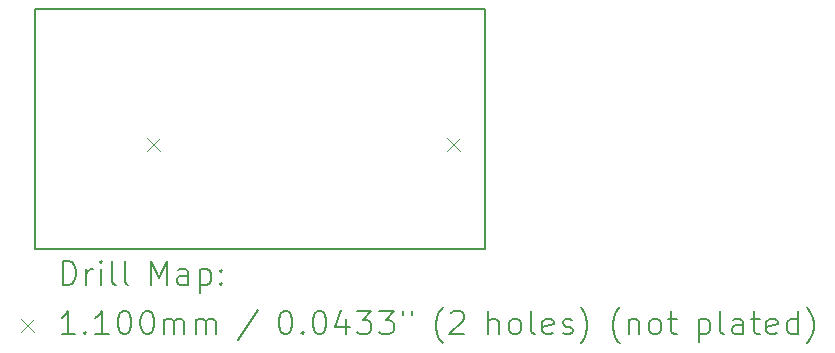
<source format=gbr>
%TF.GenerationSoftware,KiCad,Pcbnew,(7.0.0)*%
%TF.CreationDate,2024-01-25T20:38:04-05:00*%
%TF.ProjectId,LPF-Eval-Board,4c50462d-4576-4616-9c2d-426f6172642e,rev?*%
%TF.SameCoordinates,Original*%
%TF.FileFunction,Drillmap*%
%TF.FilePolarity,Positive*%
%FSLAX45Y45*%
G04 Gerber Fmt 4.5, Leading zero omitted, Abs format (unit mm)*
G04 Created by KiCad (PCBNEW (7.0.0)) date 2024-01-25 20:38:04*
%MOMM*%
%LPD*%
G01*
G04 APERTURE LIST*
%ADD10C,0.200000*%
%ADD11C,0.110000*%
G04 APERTURE END LIST*
D10*
X12954000Y-7112000D02*
X16764000Y-7112000D01*
X16764000Y-7112000D02*
X16764000Y-9144000D01*
X16764000Y-9144000D02*
X12954000Y-9144000D01*
X12954000Y-9144000D02*
X12954000Y-7112000D01*
D11*
X13907000Y-8201000D02*
X14017000Y-8311000D01*
X14017000Y-8201000D02*
X13907000Y-8311000D01*
X16447000Y-8201000D02*
X16557000Y-8311000D01*
X16557000Y-8201000D02*
X16447000Y-8311000D01*
D10*
X13191619Y-9447476D02*
X13191619Y-9247476D01*
X13191619Y-9247476D02*
X13239238Y-9247476D01*
X13239238Y-9247476D02*
X13267809Y-9257000D01*
X13267809Y-9257000D02*
X13286857Y-9276048D01*
X13286857Y-9276048D02*
X13296381Y-9295095D01*
X13296381Y-9295095D02*
X13305905Y-9333190D01*
X13305905Y-9333190D02*
X13305905Y-9361762D01*
X13305905Y-9361762D02*
X13296381Y-9399857D01*
X13296381Y-9399857D02*
X13286857Y-9418905D01*
X13286857Y-9418905D02*
X13267809Y-9437952D01*
X13267809Y-9437952D02*
X13239238Y-9447476D01*
X13239238Y-9447476D02*
X13191619Y-9447476D01*
X13391619Y-9447476D02*
X13391619Y-9314143D01*
X13391619Y-9352238D02*
X13401143Y-9333190D01*
X13401143Y-9333190D02*
X13410667Y-9323667D01*
X13410667Y-9323667D02*
X13429714Y-9314143D01*
X13429714Y-9314143D02*
X13448762Y-9314143D01*
X13515428Y-9447476D02*
X13515428Y-9314143D01*
X13515428Y-9247476D02*
X13505905Y-9257000D01*
X13505905Y-9257000D02*
X13515428Y-9266524D01*
X13515428Y-9266524D02*
X13524952Y-9257000D01*
X13524952Y-9257000D02*
X13515428Y-9247476D01*
X13515428Y-9247476D02*
X13515428Y-9266524D01*
X13639238Y-9447476D02*
X13620190Y-9437952D01*
X13620190Y-9437952D02*
X13610667Y-9418905D01*
X13610667Y-9418905D02*
X13610667Y-9247476D01*
X13744000Y-9447476D02*
X13724952Y-9437952D01*
X13724952Y-9437952D02*
X13715428Y-9418905D01*
X13715428Y-9418905D02*
X13715428Y-9247476D01*
X13940190Y-9447476D02*
X13940190Y-9247476D01*
X13940190Y-9247476D02*
X14006857Y-9390333D01*
X14006857Y-9390333D02*
X14073524Y-9247476D01*
X14073524Y-9247476D02*
X14073524Y-9447476D01*
X14254476Y-9447476D02*
X14254476Y-9342714D01*
X14254476Y-9342714D02*
X14244952Y-9323667D01*
X14244952Y-9323667D02*
X14225905Y-9314143D01*
X14225905Y-9314143D02*
X14187809Y-9314143D01*
X14187809Y-9314143D02*
X14168762Y-9323667D01*
X14254476Y-9437952D02*
X14235428Y-9447476D01*
X14235428Y-9447476D02*
X14187809Y-9447476D01*
X14187809Y-9447476D02*
X14168762Y-9437952D01*
X14168762Y-9437952D02*
X14159238Y-9418905D01*
X14159238Y-9418905D02*
X14159238Y-9399857D01*
X14159238Y-9399857D02*
X14168762Y-9380810D01*
X14168762Y-9380810D02*
X14187809Y-9371286D01*
X14187809Y-9371286D02*
X14235428Y-9371286D01*
X14235428Y-9371286D02*
X14254476Y-9361762D01*
X14349714Y-9314143D02*
X14349714Y-9514143D01*
X14349714Y-9323667D02*
X14368762Y-9314143D01*
X14368762Y-9314143D02*
X14406857Y-9314143D01*
X14406857Y-9314143D02*
X14425905Y-9323667D01*
X14425905Y-9323667D02*
X14435428Y-9333190D01*
X14435428Y-9333190D02*
X14444952Y-9352238D01*
X14444952Y-9352238D02*
X14444952Y-9409381D01*
X14444952Y-9409381D02*
X14435428Y-9428429D01*
X14435428Y-9428429D02*
X14425905Y-9437952D01*
X14425905Y-9437952D02*
X14406857Y-9447476D01*
X14406857Y-9447476D02*
X14368762Y-9447476D01*
X14368762Y-9447476D02*
X14349714Y-9437952D01*
X14530667Y-9428429D02*
X14540190Y-9437952D01*
X14540190Y-9437952D02*
X14530667Y-9447476D01*
X14530667Y-9447476D02*
X14521143Y-9437952D01*
X14521143Y-9437952D02*
X14530667Y-9428429D01*
X14530667Y-9428429D02*
X14530667Y-9447476D01*
X14530667Y-9323667D02*
X14540190Y-9333190D01*
X14540190Y-9333190D02*
X14530667Y-9342714D01*
X14530667Y-9342714D02*
X14521143Y-9333190D01*
X14521143Y-9333190D02*
X14530667Y-9323667D01*
X14530667Y-9323667D02*
X14530667Y-9342714D01*
D11*
X12834000Y-9739000D02*
X12944000Y-9849000D01*
X12944000Y-9739000D02*
X12834000Y-9849000D01*
D10*
X13296381Y-9867476D02*
X13182095Y-9867476D01*
X13239238Y-9867476D02*
X13239238Y-9667476D01*
X13239238Y-9667476D02*
X13220190Y-9696048D01*
X13220190Y-9696048D02*
X13201143Y-9715095D01*
X13201143Y-9715095D02*
X13182095Y-9724619D01*
X13382095Y-9848429D02*
X13391619Y-9857952D01*
X13391619Y-9857952D02*
X13382095Y-9867476D01*
X13382095Y-9867476D02*
X13372571Y-9857952D01*
X13372571Y-9857952D02*
X13382095Y-9848429D01*
X13382095Y-9848429D02*
X13382095Y-9867476D01*
X13582095Y-9867476D02*
X13467809Y-9867476D01*
X13524952Y-9867476D02*
X13524952Y-9667476D01*
X13524952Y-9667476D02*
X13505905Y-9696048D01*
X13505905Y-9696048D02*
X13486857Y-9715095D01*
X13486857Y-9715095D02*
X13467809Y-9724619D01*
X13705905Y-9667476D02*
X13724952Y-9667476D01*
X13724952Y-9667476D02*
X13744000Y-9677000D01*
X13744000Y-9677000D02*
X13753524Y-9686524D01*
X13753524Y-9686524D02*
X13763048Y-9705571D01*
X13763048Y-9705571D02*
X13772571Y-9743667D01*
X13772571Y-9743667D02*
X13772571Y-9791286D01*
X13772571Y-9791286D02*
X13763048Y-9829381D01*
X13763048Y-9829381D02*
X13753524Y-9848429D01*
X13753524Y-9848429D02*
X13744000Y-9857952D01*
X13744000Y-9857952D02*
X13724952Y-9867476D01*
X13724952Y-9867476D02*
X13705905Y-9867476D01*
X13705905Y-9867476D02*
X13686857Y-9857952D01*
X13686857Y-9857952D02*
X13677333Y-9848429D01*
X13677333Y-9848429D02*
X13667809Y-9829381D01*
X13667809Y-9829381D02*
X13658286Y-9791286D01*
X13658286Y-9791286D02*
X13658286Y-9743667D01*
X13658286Y-9743667D02*
X13667809Y-9705571D01*
X13667809Y-9705571D02*
X13677333Y-9686524D01*
X13677333Y-9686524D02*
X13686857Y-9677000D01*
X13686857Y-9677000D02*
X13705905Y-9667476D01*
X13896381Y-9667476D02*
X13915429Y-9667476D01*
X13915429Y-9667476D02*
X13934476Y-9677000D01*
X13934476Y-9677000D02*
X13944000Y-9686524D01*
X13944000Y-9686524D02*
X13953524Y-9705571D01*
X13953524Y-9705571D02*
X13963048Y-9743667D01*
X13963048Y-9743667D02*
X13963048Y-9791286D01*
X13963048Y-9791286D02*
X13953524Y-9829381D01*
X13953524Y-9829381D02*
X13944000Y-9848429D01*
X13944000Y-9848429D02*
X13934476Y-9857952D01*
X13934476Y-9857952D02*
X13915429Y-9867476D01*
X13915429Y-9867476D02*
X13896381Y-9867476D01*
X13896381Y-9867476D02*
X13877333Y-9857952D01*
X13877333Y-9857952D02*
X13867809Y-9848429D01*
X13867809Y-9848429D02*
X13858286Y-9829381D01*
X13858286Y-9829381D02*
X13848762Y-9791286D01*
X13848762Y-9791286D02*
X13848762Y-9743667D01*
X13848762Y-9743667D02*
X13858286Y-9705571D01*
X13858286Y-9705571D02*
X13867809Y-9686524D01*
X13867809Y-9686524D02*
X13877333Y-9677000D01*
X13877333Y-9677000D02*
X13896381Y-9667476D01*
X14048762Y-9867476D02*
X14048762Y-9734143D01*
X14048762Y-9753190D02*
X14058286Y-9743667D01*
X14058286Y-9743667D02*
X14077333Y-9734143D01*
X14077333Y-9734143D02*
X14105905Y-9734143D01*
X14105905Y-9734143D02*
X14124952Y-9743667D01*
X14124952Y-9743667D02*
X14134476Y-9762714D01*
X14134476Y-9762714D02*
X14134476Y-9867476D01*
X14134476Y-9762714D02*
X14144000Y-9743667D01*
X14144000Y-9743667D02*
X14163048Y-9734143D01*
X14163048Y-9734143D02*
X14191619Y-9734143D01*
X14191619Y-9734143D02*
X14210667Y-9743667D01*
X14210667Y-9743667D02*
X14220190Y-9762714D01*
X14220190Y-9762714D02*
X14220190Y-9867476D01*
X14315429Y-9867476D02*
X14315429Y-9734143D01*
X14315429Y-9753190D02*
X14324952Y-9743667D01*
X14324952Y-9743667D02*
X14344000Y-9734143D01*
X14344000Y-9734143D02*
X14372571Y-9734143D01*
X14372571Y-9734143D02*
X14391619Y-9743667D01*
X14391619Y-9743667D02*
X14401143Y-9762714D01*
X14401143Y-9762714D02*
X14401143Y-9867476D01*
X14401143Y-9762714D02*
X14410667Y-9743667D01*
X14410667Y-9743667D02*
X14429714Y-9734143D01*
X14429714Y-9734143D02*
X14458286Y-9734143D01*
X14458286Y-9734143D02*
X14477333Y-9743667D01*
X14477333Y-9743667D02*
X14486857Y-9762714D01*
X14486857Y-9762714D02*
X14486857Y-9867476D01*
X14844952Y-9657952D02*
X14673524Y-9915095D01*
X15069714Y-9667476D02*
X15088762Y-9667476D01*
X15088762Y-9667476D02*
X15107810Y-9677000D01*
X15107810Y-9677000D02*
X15117333Y-9686524D01*
X15117333Y-9686524D02*
X15126857Y-9705571D01*
X15126857Y-9705571D02*
X15136381Y-9743667D01*
X15136381Y-9743667D02*
X15136381Y-9791286D01*
X15136381Y-9791286D02*
X15126857Y-9829381D01*
X15126857Y-9829381D02*
X15117333Y-9848429D01*
X15117333Y-9848429D02*
X15107810Y-9857952D01*
X15107810Y-9857952D02*
X15088762Y-9867476D01*
X15088762Y-9867476D02*
X15069714Y-9867476D01*
X15069714Y-9867476D02*
X15050667Y-9857952D01*
X15050667Y-9857952D02*
X15041143Y-9848429D01*
X15041143Y-9848429D02*
X15031619Y-9829381D01*
X15031619Y-9829381D02*
X15022095Y-9791286D01*
X15022095Y-9791286D02*
X15022095Y-9743667D01*
X15022095Y-9743667D02*
X15031619Y-9705571D01*
X15031619Y-9705571D02*
X15041143Y-9686524D01*
X15041143Y-9686524D02*
X15050667Y-9677000D01*
X15050667Y-9677000D02*
X15069714Y-9667476D01*
X15222095Y-9848429D02*
X15231619Y-9857952D01*
X15231619Y-9857952D02*
X15222095Y-9867476D01*
X15222095Y-9867476D02*
X15212571Y-9857952D01*
X15212571Y-9857952D02*
X15222095Y-9848429D01*
X15222095Y-9848429D02*
X15222095Y-9867476D01*
X15355429Y-9667476D02*
X15374476Y-9667476D01*
X15374476Y-9667476D02*
X15393524Y-9677000D01*
X15393524Y-9677000D02*
X15403048Y-9686524D01*
X15403048Y-9686524D02*
X15412571Y-9705571D01*
X15412571Y-9705571D02*
X15422095Y-9743667D01*
X15422095Y-9743667D02*
X15422095Y-9791286D01*
X15422095Y-9791286D02*
X15412571Y-9829381D01*
X15412571Y-9829381D02*
X15403048Y-9848429D01*
X15403048Y-9848429D02*
X15393524Y-9857952D01*
X15393524Y-9857952D02*
X15374476Y-9867476D01*
X15374476Y-9867476D02*
X15355429Y-9867476D01*
X15355429Y-9867476D02*
X15336381Y-9857952D01*
X15336381Y-9857952D02*
X15326857Y-9848429D01*
X15326857Y-9848429D02*
X15317333Y-9829381D01*
X15317333Y-9829381D02*
X15307810Y-9791286D01*
X15307810Y-9791286D02*
X15307810Y-9743667D01*
X15307810Y-9743667D02*
X15317333Y-9705571D01*
X15317333Y-9705571D02*
X15326857Y-9686524D01*
X15326857Y-9686524D02*
X15336381Y-9677000D01*
X15336381Y-9677000D02*
X15355429Y-9667476D01*
X15593524Y-9734143D02*
X15593524Y-9867476D01*
X15545905Y-9657952D02*
X15498286Y-9800810D01*
X15498286Y-9800810D02*
X15622095Y-9800810D01*
X15679238Y-9667476D02*
X15803048Y-9667476D01*
X15803048Y-9667476D02*
X15736381Y-9743667D01*
X15736381Y-9743667D02*
X15764952Y-9743667D01*
X15764952Y-9743667D02*
X15784000Y-9753190D01*
X15784000Y-9753190D02*
X15793524Y-9762714D01*
X15793524Y-9762714D02*
X15803048Y-9781762D01*
X15803048Y-9781762D02*
X15803048Y-9829381D01*
X15803048Y-9829381D02*
X15793524Y-9848429D01*
X15793524Y-9848429D02*
X15784000Y-9857952D01*
X15784000Y-9857952D02*
X15764952Y-9867476D01*
X15764952Y-9867476D02*
X15707810Y-9867476D01*
X15707810Y-9867476D02*
X15688762Y-9857952D01*
X15688762Y-9857952D02*
X15679238Y-9848429D01*
X15869714Y-9667476D02*
X15993524Y-9667476D01*
X15993524Y-9667476D02*
X15926857Y-9743667D01*
X15926857Y-9743667D02*
X15955429Y-9743667D01*
X15955429Y-9743667D02*
X15974476Y-9753190D01*
X15974476Y-9753190D02*
X15984000Y-9762714D01*
X15984000Y-9762714D02*
X15993524Y-9781762D01*
X15993524Y-9781762D02*
X15993524Y-9829381D01*
X15993524Y-9829381D02*
X15984000Y-9848429D01*
X15984000Y-9848429D02*
X15974476Y-9857952D01*
X15974476Y-9857952D02*
X15955429Y-9867476D01*
X15955429Y-9867476D02*
X15898286Y-9867476D01*
X15898286Y-9867476D02*
X15879238Y-9857952D01*
X15879238Y-9857952D02*
X15869714Y-9848429D01*
X16069714Y-9667476D02*
X16069714Y-9705571D01*
X16145905Y-9667476D02*
X16145905Y-9705571D01*
X16408762Y-9943667D02*
X16399238Y-9934143D01*
X16399238Y-9934143D02*
X16380191Y-9905571D01*
X16380191Y-9905571D02*
X16370667Y-9886524D01*
X16370667Y-9886524D02*
X16361143Y-9857952D01*
X16361143Y-9857952D02*
X16351619Y-9810333D01*
X16351619Y-9810333D02*
X16351619Y-9772238D01*
X16351619Y-9772238D02*
X16361143Y-9724619D01*
X16361143Y-9724619D02*
X16370667Y-9696048D01*
X16370667Y-9696048D02*
X16380191Y-9677000D01*
X16380191Y-9677000D02*
X16399238Y-9648429D01*
X16399238Y-9648429D02*
X16408762Y-9638905D01*
X16475429Y-9686524D02*
X16484952Y-9677000D01*
X16484952Y-9677000D02*
X16504000Y-9667476D01*
X16504000Y-9667476D02*
X16551619Y-9667476D01*
X16551619Y-9667476D02*
X16570667Y-9677000D01*
X16570667Y-9677000D02*
X16580191Y-9686524D01*
X16580191Y-9686524D02*
X16589714Y-9705571D01*
X16589714Y-9705571D02*
X16589714Y-9724619D01*
X16589714Y-9724619D02*
X16580191Y-9753190D01*
X16580191Y-9753190D02*
X16465905Y-9867476D01*
X16465905Y-9867476D02*
X16589714Y-9867476D01*
X16795429Y-9867476D02*
X16795429Y-9667476D01*
X16881143Y-9867476D02*
X16881143Y-9762714D01*
X16881143Y-9762714D02*
X16871619Y-9743667D01*
X16871619Y-9743667D02*
X16852572Y-9734143D01*
X16852572Y-9734143D02*
X16824000Y-9734143D01*
X16824000Y-9734143D02*
X16804953Y-9743667D01*
X16804953Y-9743667D02*
X16795429Y-9753190D01*
X17004953Y-9867476D02*
X16985905Y-9857952D01*
X16985905Y-9857952D02*
X16976381Y-9848429D01*
X16976381Y-9848429D02*
X16966857Y-9829381D01*
X16966857Y-9829381D02*
X16966857Y-9772238D01*
X16966857Y-9772238D02*
X16976381Y-9753190D01*
X16976381Y-9753190D02*
X16985905Y-9743667D01*
X16985905Y-9743667D02*
X17004953Y-9734143D01*
X17004953Y-9734143D02*
X17033524Y-9734143D01*
X17033524Y-9734143D02*
X17052572Y-9743667D01*
X17052572Y-9743667D02*
X17062095Y-9753190D01*
X17062095Y-9753190D02*
X17071619Y-9772238D01*
X17071619Y-9772238D02*
X17071619Y-9829381D01*
X17071619Y-9829381D02*
X17062095Y-9848429D01*
X17062095Y-9848429D02*
X17052572Y-9857952D01*
X17052572Y-9857952D02*
X17033524Y-9867476D01*
X17033524Y-9867476D02*
X17004953Y-9867476D01*
X17185905Y-9867476D02*
X17166857Y-9857952D01*
X17166857Y-9857952D02*
X17157334Y-9838905D01*
X17157334Y-9838905D02*
X17157334Y-9667476D01*
X17338286Y-9857952D02*
X17319238Y-9867476D01*
X17319238Y-9867476D02*
X17281143Y-9867476D01*
X17281143Y-9867476D02*
X17262095Y-9857952D01*
X17262095Y-9857952D02*
X17252572Y-9838905D01*
X17252572Y-9838905D02*
X17252572Y-9762714D01*
X17252572Y-9762714D02*
X17262095Y-9743667D01*
X17262095Y-9743667D02*
X17281143Y-9734143D01*
X17281143Y-9734143D02*
X17319238Y-9734143D01*
X17319238Y-9734143D02*
X17338286Y-9743667D01*
X17338286Y-9743667D02*
X17347810Y-9762714D01*
X17347810Y-9762714D02*
X17347810Y-9781762D01*
X17347810Y-9781762D02*
X17252572Y-9800810D01*
X17424000Y-9857952D02*
X17443048Y-9867476D01*
X17443048Y-9867476D02*
X17481143Y-9867476D01*
X17481143Y-9867476D02*
X17500191Y-9857952D01*
X17500191Y-9857952D02*
X17509715Y-9838905D01*
X17509715Y-9838905D02*
X17509715Y-9829381D01*
X17509715Y-9829381D02*
X17500191Y-9810333D01*
X17500191Y-9810333D02*
X17481143Y-9800810D01*
X17481143Y-9800810D02*
X17452572Y-9800810D01*
X17452572Y-9800810D02*
X17433524Y-9791286D01*
X17433524Y-9791286D02*
X17424000Y-9772238D01*
X17424000Y-9772238D02*
X17424000Y-9762714D01*
X17424000Y-9762714D02*
X17433524Y-9743667D01*
X17433524Y-9743667D02*
X17452572Y-9734143D01*
X17452572Y-9734143D02*
X17481143Y-9734143D01*
X17481143Y-9734143D02*
X17500191Y-9743667D01*
X17576381Y-9943667D02*
X17585905Y-9934143D01*
X17585905Y-9934143D02*
X17604953Y-9905571D01*
X17604953Y-9905571D02*
X17614476Y-9886524D01*
X17614476Y-9886524D02*
X17624000Y-9857952D01*
X17624000Y-9857952D02*
X17633524Y-9810333D01*
X17633524Y-9810333D02*
X17633524Y-9772238D01*
X17633524Y-9772238D02*
X17624000Y-9724619D01*
X17624000Y-9724619D02*
X17614476Y-9696048D01*
X17614476Y-9696048D02*
X17604953Y-9677000D01*
X17604953Y-9677000D02*
X17585905Y-9648429D01*
X17585905Y-9648429D02*
X17576381Y-9638905D01*
X17905905Y-9943667D02*
X17896381Y-9934143D01*
X17896381Y-9934143D02*
X17877334Y-9905571D01*
X17877334Y-9905571D02*
X17867810Y-9886524D01*
X17867810Y-9886524D02*
X17858286Y-9857952D01*
X17858286Y-9857952D02*
X17848762Y-9810333D01*
X17848762Y-9810333D02*
X17848762Y-9772238D01*
X17848762Y-9772238D02*
X17858286Y-9724619D01*
X17858286Y-9724619D02*
X17867810Y-9696048D01*
X17867810Y-9696048D02*
X17877334Y-9677000D01*
X17877334Y-9677000D02*
X17896381Y-9648429D01*
X17896381Y-9648429D02*
X17905905Y-9638905D01*
X17982095Y-9734143D02*
X17982095Y-9867476D01*
X17982095Y-9753190D02*
X17991619Y-9743667D01*
X17991619Y-9743667D02*
X18010667Y-9734143D01*
X18010667Y-9734143D02*
X18039238Y-9734143D01*
X18039238Y-9734143D02*
X18058286Y-9743667D01*
X18058286Y-9743667D02*
X18067810Y-9762714D01*
X18067810Y-9762714D02*
X18067810Y-9867476D01*
X18191619Y-9867476D02*
X18172572Y-9857952D01*
X18172572Y-9857952D02*
X18163048Y-9848429D01*
X18163048Y-9848429D02*
X18153524Y-9829381D01*
X18153524Y-9829381D02*
X18153524Y-9772238D01*
X18153524Y-9772238D02*
X18163048Y-9753190D01*
X18163048Y-9753190D02*
X18172572Y-9743667D01*
X18172572Y-9743667D02*
X18191619Y-9734143D01*
X18191619Y-9734143D02*
X18220191Y-9734143D01*
X18220191Y-9734143D02*
X18239238Y-9743667D01*
X18239238Y-9743667D02*
X18248762Y-9753190D01*
X18248762Y-9753190D02*
X18258286Y-9772238D01*
X18258286Y-9772238D02*
X18258286Y-9829381D01*
X18258286Y-9829381D02*
X18248762Y-9848429D01*
X18248762Y-9848429D02*
X18239238Y-9857952D01*
X18239238Y-9857952D02*
X18220191Y-9867476D01*
X18220191Y-9867476D02*
X18191619Y-9867476D01*
X18315429Y-9734143D02*
X18391619Y-9734143D01*
X18344000Y-9667476D02*
X18344000Y-9838905D01*
X18344000Y-9838905D02*
X18353524Y-9857952D01*
X18353524Y-9857952D02*
X18372572Y-9867476D01*
X18372572Y-9867476D02*
X18391619Y-9867476D01*
X18578286Y-9734143D02*
X18578286Y-9934143D01*
X18578286Y-9743667D02*
X18597334Y-9734143D01*
X18597334Y-9734143D02*
X18635429Y-9734143D01*
X18635429Y-9734143D02*
X18654476Y-9743667D01*
X18654476Y-9743667D02*
X18664000Y-9753190D01*
X18664000Y-9753190D02*
X18673524Y-9772238D01*
X18673524Y-9772238D02*
X18673524Y-9829381D01*
X18673524Y-9829381D02*
X18664000Y-9848429D01*
X18664000Y-9848429D02*
X18654476Y-9857952D01*
X18654476Y-9857952D02*
X18635429Y-9867476D01*
X18635429Y-9867476D02*
X18597334Y-9867476D01*
X18597334Y-9867476D02*
X18578286Y-9857952D01*
X18787810Y-9867476D02*
X18768762Y-9857952D01*
X18768762Y-9857952D02*
X18759238Y-9838905D01*
X18759238Y-9838905D02*
X18759238Y-9667476D01*
X18949715Y-9867476D02*
X18949715Y-9762714D01*
X18949715Y-9762714D02*
X18940191Y-9743667D01*
X18940191Y-9743667D02*
X18921143Y-9734143D01*
X18921143Y-9734143D02*
X18883048Y-9734143D01*
X18883048Y-9734143D02*
X18864000Y-9743667D01*
X18949715Y-9857952D02*
X18930667Y-9867476D01*
X18930667Y-9867476D02*
X18883048Y-9867476D01*
X18883048Y-9867476D02*
X18864000Y-9857952D01*
X18864000Y-9857952D02*
X18854476Y-9838905D01*
X18854476Y-9838905D02*
X18854476Y-9819857D01*
X18854476Y-9819857D02*
X18864000Y-9800810D01*
X18864000Y-9800810D02*
X18883048Y-9791286D01*
X18883048Y-9791286D02*
X18930667Y-9791286D01*
X18930667Y-9791286D02*
X18949715Y-9781762D01*
X19016381Y-9734143D02*
X19092572Y-9734143D01*
X19044953Y-9667476D02*
X19044953Y-9838905D01*
X19044953Y-9838905D02*
X19054476Y-9857952D01*
X19054476Y-9857952D02*
X19073524Y-9867476D01*
X19073524Y-9867476D02*
X19092572Y-9867476D01*
X19235429Y-9857952D02*
X19216381Y-9867476D01*
X19216381Y-9867476D02*
X19178286Y-9867476D01*
X19178286Y-9867476D02*
X19159238Y-9857952D01*
X19159238Y-9857952D02*
X19149715Y-9838905D01*
X19149715Y-9838905D02*
X19149715Y-9762714D01*
X19149715Y-9762714D02*
X19159238Y-9743667D01*
X19159238Y-9743667D02*
X19178286Y-9734143D01*
X19178286Y-9734143D02*
X19216381Y-9734143D01*
X19216381Y-9734143D02*
X19235429Y-9743667D01*
X19235429Y-9743667D02*
X19244953Y-9762714D01*
X19244953Y-9762714D02*
X19244953Y-9781762D01*
X19244953Y-9781762D02*
X19149715Y-9800810D01*
X19416381Y-9867476D02*
X19416381Y-9667476D01*
X19416381Y-9857952D02*
X19397334Y-9867476D01*
X19397334Y-9867476D02*
X19359238Y-9867476D01*
X19359238Y-9867476D02*
X19340191Y-9857952D01*
X19340191Y-9857952D02*
X19330667Y-9848429D01*
X19330667Y-9848429D02*
X19321143Y-9829381D01*
X19321143Y-9829381D02*
X19321143Y-9772238D01*
X19321143Y-9772238D02*
X19330667Y-9753190D01*
X19330667Y-9753190D02*
X19340191Y-9743667D01*
X19340191Y-9743667D02*
X19359238Y-9734143D01*
X19359238Y-9734143D02*
X19397334Y-9734143D01*
X19397334Y-9734143D02*
X19416381Y-9743667D01*
X19492572Y-9943667D02*
X19502096Y-9934143D01*
X19502096Y-9934143D02*
X19521143Y-9905571D01*
X19521143Y-9905571D02*
X19530667Y-9886524D01*
X19530667Y-9886524D02*
X19540191Y-9857952D01*
X19540191Y-9857952D02*
X19549715Y-9810333D01*
X19549715Y-9810333D02*
X19549715Y-9772238D01*
X19549715Y-9772238D02*
X19540191Y-9724619D01*
X19540191Y-9724619D02*
X19530667Y-9696048D01*
X19530667Y-9696048D02*
X19521143Y-9677000D01*
X19521143Y-9677000D02*
X19502096Y-9648429D01*
X19502096Y-9648429D02*
X19492572Y-9638905D01*
M02*

</source>
